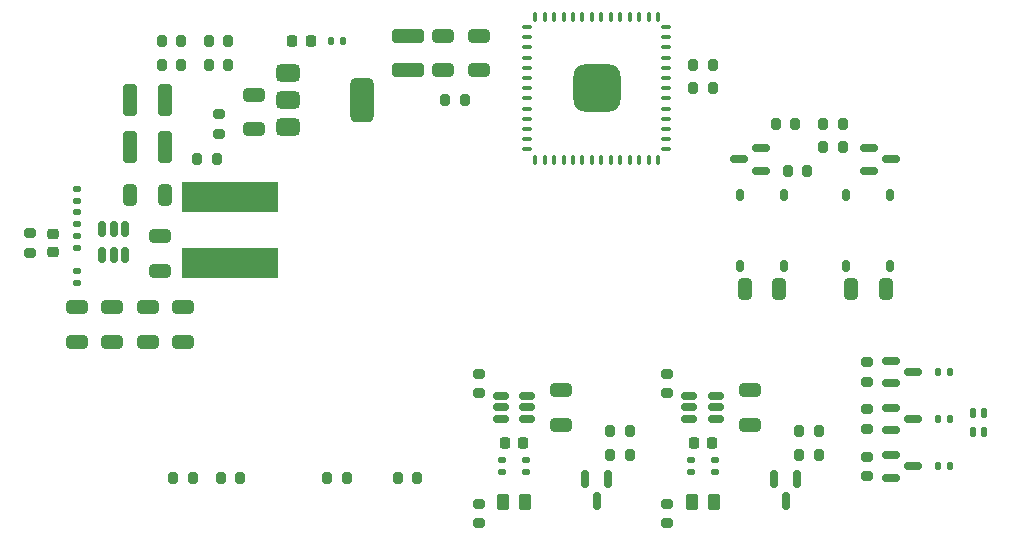
<source format=gtp>
%TF.GenerationSoftware,KiCad,Pcbnew,8.0.2*%
%TF.CreationDate,2024-12-26T16:34:37-05:00*%
%TF.ProjectId,Node Controller,4e6f6465-2043-46f6-9e74-726f6c6c6572,rev?*%
%TF.SameCoordinates,Original*%
%TF.FileFunction,Paste,Top*%
%TF.FilePolarity,Positive*%
%FSLAX46Y46*%
G04 Gerber Fmt 4.6, Leading zero omitted, Abs format (unit mm)*
G04 Created by KiCad (PCBNEW 8.0.2) date 2024-12-26 16:34:37*
%MOMM*%
%LPD*%
G01*
G04 APERTURE LIST*
G04 Aperture macros list*
%AMRoundRect*
0 Rectangle with rounded corners*
0 $1 Rounding radius*
0 $2 $3 $4 $5 $6 $7 $8 $9 X,Y pos of 4 corners*
0 Add a 4 corners polygon primitive as box body*
4,1,4,$2,$3,$4,$5,$6,$7,$8,$9,$2,$3,0*
0 Add four circle primitives for the rounded corners*
1,1,$1+$1,$2,$3*
1,1,$1+$1,$4,$5*
1,1,$1+$1,$6,$7*
1,1,$1+$1,$8,$9*
0 Add four rect primitives between the rounded corners*
20,1,$1+$1,$2,$3,$4,$5,0*
20,1,$1+$1,$4,$5,$6,$7,0*
20,1,$1+$1,$6,$7,$8,$9,0*
20,1,$1+$1,$8,$9,$2,$3,0*%
G04 Aperture macros list end*
%ADD10RoundRect,0.250000X-0.650000X0.325000X-0.650000X-0.325000X0.650000X-0.325000X0.650000X0.325000X0*%
%ADD11RoundRect,0.150000X0.587500X0.150000X-0.587500X0.150000X-0.587500X-0.150000X0.587500X-0.150000X0*%
%ADD12RoundRect,0.250000X-0.262500X-0.450000X0.262500X-0.450000X0.262500X0.450000X-0.262500X0.450000X0*%
%ADD13RoundRect,0.200000X-0.200000X-0.275000X0.200000X-0.275000X0.200000X0.275000X-0.200000X0.275000X0*%
%ADD14RoundRect,0.200000X-0.275000X0.200000X-0.275000X-0.200000X0.275000X-0.200000X0.275000X0.200000X0*%
%ADD15RoundRect,0.200000X0.275000X-0.200000X0.275000X0.200000X-0.275000X0.200000X-0.275000X-0.200000X0*%
%ADD16RoundRect,0.135000X0.135000X0.185000X-0.135000X0.185000X-0.135000X-0.185000X0.135000X-0.185000X0*%
%ADD17RoundRect,0.135000X-0.185000X0.135000X-0.185000X-0.135000X0.185000X-0.135000X0.185000X0.135000X0*%
%ADD18RoundRect,0.150000X-0.587500X-0.150000X0.587500X-0.150000X0.587500X0.150000X-0.587500X0.150000X0*%
%ADD19RoundRect,0.218750X-0.218750X-0.256250X0.218750X-0.256250X0.218750X0.256250X-0.218750X0.256250X0*%
%ADD20RoundRect,0.218750X-0.256250X0.218750X-0.256250X-0.218750X0.256250X-0.218750X0.256250X0.218750X0*%
%ADD21RoundRect,0.200000X0.200000X0.275000X-0.200000X0.275000X-0.200000X-0.275000X0.200000X-0.275000X0*%
%ADD22RoundRect,0.150000X-0.150000X0.587500X-0.150000X-0.587500X0.150000X-0.587500X0.150000X0.587500X0*%
%ADD23RoundRect,0.250000X0.325000X1.100000X-0.325000X1.100000X-0.325000X-1.100000X0.325000X-1.100000X0*%
%ADD24RoundRect,0.250000X0.650000X-0.325000X0.650000X0.325000X-0.650000X0.325000X-0.650000X-0.325000X0*%
%ADD25RoundRect,0.250000X0.325000X0.650000X-0.325000X0.650000X-0.325000X-0.650000X0.325000X-0.650000X0*%
%ADD26RoundRect,0.137500X0.137500X-0.262500X0.137500X0.262500X-0.137500X0.262500X-0.137500X-0.262500X0*%
%ADD27RoundRect,0.135000X0.185000X-0.135000X0.185000X0.135000X-0.185000X0.135000X-0.185000X-0.135000X0*%
%ADD28RoundRect,0.150000X-0.512500X-0.150000X0.512500X-0.150000X0.512500X0.150000X-0.512500X0.150000X0*%
%ADD29RoundRect,0.225000X-0.225000X-0.250000X0.225000X-0.250000X0.225000X0.250000X-0.225000X0.250000X0*%
%ADD30RoundRect,0.375000X-0.625000X-0.375000X0.625000X-0.375000X0.625000X0.375000X-0.625000X0.375000X0*%
%ADD31RoundRect,0.500000X-0.500000X-1.400000X0.500000X-1.400000X0.500000X1.400000X-0.500000X1.400000X0*%
%ADD32R,8.200000X2.600000*%
%ADD33RoundRect,0.135000X-0.135000X-0.185000X0.135000X-0.185000X0.135000X0.185000X-0.135000X0.185000X0*%
%ADD34RoundRect,0.175000X-0.175000X0.325000X-0.175000X-0.325000X0.175000X-0.325000X0.175000X0.325000X0*%
%ADD35RoundRect,0.100000X0.300000X0.100000X-0.300000X0.100000X-0.300000X-0.100000X0.300000X-0.100000X0*%
%ADD36RoundRect,0.100000X-0.100000X0.300000X-0.100000X-0.300000X0.100000X-0.300000X0.100000X0.300000X0*%
%ADD37RoundRect,0.100000X-0.300000X-0.100000X0.300000X-0.100000X0.300000X0.100000X-0.300000X0.100000X0*%
%ADD38RoundRect,0.100000X0.100000X-0.300000X0.100000X0.300000X-0.100000X0.300000X-0.100000X-0.300000X0*%
%ADD39RoundRect,1.000000X1.000000X-1.000000X1.000000X1.000000X-1.000000X1.000000X-1.000000X-1.000000X0*%
%ADD40RoundRect,0.150000X-0.150000X0.512500X-0.150000X-0.512500X0.150000X-0.512500X0.150000X0.512500X0*%
%ADD41RoundRect,0.250000X1.100000X-0.325000X1.100000X0.325000X-1.100000X0.325000X-1.100000X-0.325000X0*%
%ADD42RoundRect,0.175000X0.175000X-0.325000X0.175000X0.325000X-0.175000X0.325000X-0.175000X-0.325000X0*%
%ADD43RoundRect,0.250000X-0.325000X-0.650000X0.325000X-0.650000X0.325000X0.650000X-0.325000X0.650000X0*%
G04 APERTURE END LIST*
D10*
%TO.C,C23*%
X151000000Y-75525000D03*
X151000000Y-78475000D03*
%TD*%
D11*
%TO.C,Q11*%
X167937500Y-56950000D03*
X167937500Y-55050000D03*
X166062500Y-56000000D03*
%TD*%
D12*
%TO.C,R1*%
X146087500Y-85000000D03*
X147912500Y-85000000D03*
%TD*%
D13*
%TO.C,R36*%
X171175000Y-79000000D03*
X172825000Y-79000000D03*
%TD*%
D10*
%TO.C,C6*%
X117000000Y-62525000D03*
X117000000Y-65475000D03*
%TD*%
D14*
%TO.C,R42*%
X122000000Y-52175000D03*
X122000000Y-53825000D03*
%TD*%
D15*
%TO.C,R34*%
X160000000Y-75825000D03*
X160000000Y-74175000D03*
%TD*%
D16*
%TO.C,R57*%
X183895000Y-82000000D03*
X182875000Y-82000000D03*
%TD*%
D17*
%TO.C,R4*%
X146000000Y-81490000D03*
X146000000Y-82510000D03*
%TD*%
D10*
%TO.C,C8*%
X116000000Y-68525000D03*
X116000000Y-71475000D03*
%TD*%
D18*
%TO.C,Q14*%
X178937500Y-73050000D03*
X178937500Y-74950000D03*
X180812500Y-74000000D03*
%TD*%
D19*
%TO.C,D7*%
X128212500Y-46000000D03*
X129787500Y-46000000D03*
%TD*%
D18*
%TO.C,Q12*%
X178937500Y-81050000D03*
X178937500Y-82950000D03*
X180812500Y-82000000D03*
%TD*%
D13*
%TO.C,R58*%
X117175000Y-46000000D03*
X118825000Y-46000000D03*
%TD*%
D14*
%TO.C,R64*%
X176875000Y-73175000D03*
X176875000Y-74825000D03*
%TD*%
D20*
%TO.C,D8*%
X108000000Y-62312500D03*
X108000000Y-63887500D03*
%TD*%
D21*
%TO.C,R35*%
X172825000Y-81000000D03*
X171175000Y-81000000D03*
%TD*%
D16*
%TO.C,R52*%
X183895000Y-78000000D03*
X182875000Y-78000000D03*
%TD*%
D22*
%TO.C,Q7*%
X170950000Y-83062500D03*
X169050000Y-83062500D03*
X170000000Y-84937500D03*
%TD*%
D14*
%TO.C,R44*%
X106000000Y-62275000D03*
X106000000Y-63925000D03*
%TD*%
D23*
%TO.C,C12*%
X117475000Y-55000000D03*
X114525000Y-55000000D03*
%TD*%
D24*
%TO.C,C17*%
X144000000Y-48475000D03*
X144000000Y-45525000D03*
%TD*%
D13*
%TO.C,R9*%
X169175000Y-53000000D03*
X170825000Y-53000000D03*
%TD*%
D22*
%TO.C,Q1*%
X154950000Y-83062500D03*
X153050000Y-83062500D03*
X154000000Y-84937500D03*
%TD*%
D13*
%TO.C,R61*%
X121175000Y-48000000D03*
X122825000Y-48000000D03*
%TD*%
D25*
%TO.C,C11*%
X117475000Y-59000000D03*
X114525000Y-59000000D03*
%TD*%
D13*
%TO.C,R11*%
X162175000Y-48000000D03*
X163825000Y-48000000D03*
%TD*%
D17*
%TO.C,R32*%
X162000000Y-81490000D03*
X162000000Y-82510000D03*
%TD*%
D16*
%TO.C,R51*%
X183895000Y-74000000D03*
X182875000Y-74000000D03*
%TD*%
D25*
%TO.C,C19*%
X178475000Y-67000000D03*
X175525000Y-67000000D03*
%TD*%
D26*
%TO.C,D9*%
X186775000Y-79050000D03*
X185875000Y-79050000D03*
X185875000Y-77450000D03*
X186775000Y-77450000D03*
%TD*%
D12*
%TO.C,R29*%
X162087500Y-85000000D03*
X163912500Y-85000000D03*
%TD*%
D27*
%TO.C,R38*%
X110000000Y-66510000D03*
X110000000Y-65490000D03*
%TD*%
D13*
%TO.C,R54*%
X131175000Y-83000000D03*
X132825000Y-83000000D03*
%TD*%
D15*
%TO.C,R3*%
X144000000Y-86825000D03*
X144000000Y-85175000D03*
%TD*%
D28*
%TO.C,U6*%
X161862500Y-76050000D03*
X161862500Y-77000000D03*
X161862500Y-77950000D03*
X164137500Y-77950000D03*
X164137500Y-77000000D03*
X164137500Y-76050000D03*
%TD*%
D29*
%TO.C,C5*%
X162225000Y-80000000D03*
X163775000Y-80000000D03*
%TD*%
D10*
%TO.C,C10*%
X110000000Y-68525000D03*
X110000000Y-71475000D03*
%TD*%
D15*
%TO.C,R6*%
X144000000Y-75825000D03*
X144000000Y-74175000D03*
%TD*%
D13*
%TO.C,R8*%
X155175000Y-79000000D03*
X156825000Y-79000000D03*
%TD*%
D23*
%TO.C,C13*%
X117475000Y-51000000D03*
X114525000Y-51000000D03*
%TD*%
D13*
%TO.C,R10*%
X162175000Y-50000000D03*
X163825000Y-50000000D03*
%TD*%
D10*
%TO.C,C9*%
X113000000Y-68525000D03*
X113000000Y-71475000D03*
%TD*%
%TO.C,C7*%
X119000000Y-68525000D03*
X119000000Y-71475000D03*
%TD*%
D21*
%TO.C,R7*%
X156825000Y-81000000D03*
X155175000Y-81000000D03*
%TD*%
D15*
%TO.C,R31*%
X160000000Y-86825000D03*
X160000000Y-85175000D03*
%TD*%
D30*
%TO.C,U9*%
X127850000Y-48700000D03*
X127850000Y-51000000D03*
D31*
X134150000Y-51000000D03*
D30*
X127850000Y-53300000D03*
%TD*%
D32*
%TO.C,L1*%
X123000000Y-64800000D03*
X123000000Y-59200000D03*
%TD*%
D17*
%TO.C,R41*%
X110000000Y-60490000D03*
X110000000Y-61510000D03*
%TD*%
D28*
%TO.C,U1*%
X145862500Y-76050000D03*
X145862500Y-77000000D03*
X145862500Y-77950000D03*
X148137500Y-77950000D03*
X148137500Y-77000000D03*
X148137500Y-76050000D03*
%TD*%
D21*
%TO.C,R50*%
X171825000Y-57000000D03*
X170175000Y-57000000D03*
%TD*%
D29*
%TO.C,C1*%
X146225000Y-80000000D03*
X147775000Y-80000000D03*
%TD*%
D33*
%TO.C,R43*%
X131490000Y-46000000D03*
X132510000Y-46000000D03*
%TD*%
D34*
%TO.C,SW1*%
X169850000Y-59000000D03*
X169850000Y-65000000D03*
X166150000Y-59000000D03*
X166150000Y-65000000D03*
%TD*%
D13*
%TO.C,R48*%
X173175000Y-55000000D03*
X174825000Y-55000000D03*
%TD*%
D35*
%TO.C,U11*%
X148100000Y-44800000D03*
X148100000Y-45662500D03*
X148100000Y-46525000D03*
X148100000Y-47387500D03*
X148100000Y-48250000D03*
X148100000Y-49112500D03*
X148100000Y-49975000D03*
X148100000Y-50837500D03*
X148100000Y-51700000D03*
X148100000Y-52562500D03*
X148100000Y-53425000D03*
X148100000Y-54287500D03*
X148100000Y-55150000D03*
D36*
X148800000Y-56050000D03*
X149600000Y-56050000D03*
X150400000Y-56050000D03*
X151200000Y-56050000D03*
X152000000Y-56050000D03*
X152800000Y-56050000D03*
X153600000Y-56050000D03*
X154400000Y-56050000D03*
X155200000Y-56050000D03*
X156000000Y-56050000D03*
X156800000Y-56050000D03*
X157600000Y-56050000D03*
X158400000Y-56050000D03*
X159200000Y-56050000D03*
D37*
X159900000Y-55150000D03*
X159900000Y-54287500D03*
X159900000Y-53425000D03*
X159900000Y-52562500D03*
X159900000Y-51700000D03*
X159900000Y-50837500D03*
X159900000Y-49975000D03*
X159900000Y-49112500D03*
X159900000Y-48250000D03*
X159900000Y-47387500D03*
X159900000Y-46525000D03*
X159900000Y-45662500D03*
X159900000Y-44800000D03*
D38*
X159200000Y-43950000D03*
X158400000Y-43950000D03*
X157600000Y-43950000D03*
X156800000Y-43950000D03*
X156000000Y-43950000D03*
X155200000Y-43950000D03*
X154400000Y-43950000D03*
X153600000Y-43950000D03*
X152800000Y-43950000D03*
X152000000Y-43950000D03*
X151200000Y-43950000D03*
X150400000Y-43950000D03*
X149600000Y-43950000D03*
X148800000Y-43950000D03*
D39*
X154000000Y-50000000D03*
%TD*%
D17*
%TO.C,R33*%
X164000000Y-81490000D03*
X164000000Y-82510000D03*
%TD*%
D27*
%TO.C,R39*%
X110000000Y-63510000D03*
X110000000Y-62490000D03*
%TD*%
D13*
%TO.C,R56*%
X118175000Y-83000000D03*
X119825000Y-83000000D03*
%TD*%
D18*
%TO.C,Q13*%
X178937500Y-77050000D03*
X178937500Y-78950000D03*
X180812500Y-78000000D03*
%TD*%
D10*
%TO.C,C24*%
X167000000Y-75525000D03*
X167000000Y-78475000D03*
%TD*%
D14*
%TO.C,R62*%
X176875000Y-81175000D03*
X176875000Y-82825000D03*
%TD*%
D13*
%TO.C,R45*%
X120175000Y-56000000D03*
X121825000Y-56000000D03*
%TD*%
D40*
%TO.C,U8*%
X114050000Y-61862500D03*
X113100000Y-61862500D03*
X112150000Y-61862500D03*
X112150000Y-64137500D03*
X113100000Y-64137500D03*
X114050000Y-64137500D03*
%TD*%
D41*
%TO.C,C15*%
X138000000Y-48475000D03*
X138000000Y-45525000D03*
%TD*%
D17*
%TO.C,R5*%
X148000000Y-81490000D03*
X148000000Y-82510000D03*
%TD*%
D13*
%TO.C,R2*%
X173175000Y-53000000D03*
X174825000Y-53000000D03*
%TD*%
D21*
%TO.C,R53*%
X138825000Y-83000000D03*
X137175000Y-83000000D03*
%TD*%
%TO.C,R55*%
X123825000Y-83000000D03*
X122175000Y-83000000D03*
%TD*%
D24*
%TO.C,C14*%
X125000000Y-53475000D03*
X125000000Y-50525000D03*
%TD*%
%TO.C,C16*%
X141000000Y-48475000D03*
X141000000Y-45525000D03*
%TD*%
D42*
%TO.C,SW2*%
X175150000Y-65000000D03*
X175150000Y-59000000D03*
X178850000Y-65000000D03*
X178850000Y-59000000D03*
%TD*%
D18*
%TO.C,Q10*%
X177062500Y-55050000D03*
X177062500Y-56950000D03*
X178937500Y-56000000D03*
%TD*%
D13*
%TO.C,R47*%
X141175000Y-51000000D03*
X142825000Y-51000000D03*
%TD*%
%TO.C,R59*%
X117175000Y-48000000D03*
X118825000Y-48000000D03*
%TD*%
D17*
%TO.C,R40*%
X110000000Y-58490000D03*
X110000000Y-59510000D03*
%TD*%
D13*
%TO.C,R60*%
X121175000Y-46000000D03*
X122825000Y-46000000D03*
%TD*%
D14*
%TO.C,R63*%
X176875000Y-77175000D03*
X176875000Y-78825000D03*
%TD*%
D43*
%TO.C,C18*%
X166525000Y-67000000D03*
X169475000Y-67000000D03*
%TD*%
M02*

</source>
